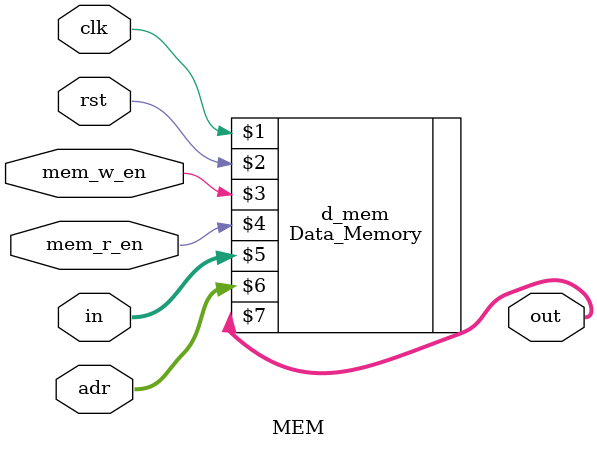
<source format=v>
`timescale 1ps/1ps
module MEM(input clk,rst,input mem_r_en,input mem_w_en,input [31:0]in,input [31:0]adr,output [31:0]out);

  Data_Memory d_mem(clk,rst,mem_w_en,mem_r_en,in,adr,out);

endmodule



</source>
